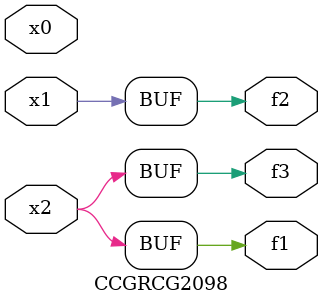
<source format=v>
module CCGRCG2098(
	input x0, x1, x2,
	output f1, f2, f3
);
	assign f1 = x2;
	assign f2 = x1;
	assign f3 = x2;
endmodule

</source>
